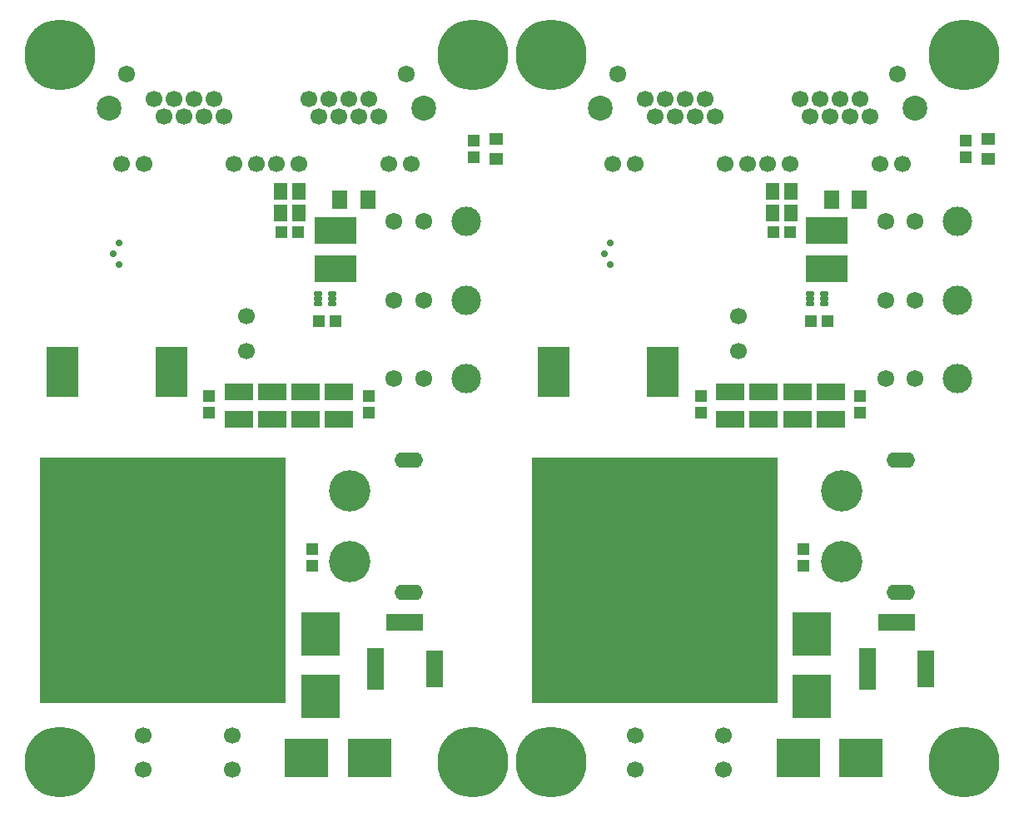
<source format=gts>
G04*
G04 #@! TF.GenerationSoftware,Altium Limited,Altium Designer,20.0.10 (225)*
G04*
G04 Layer_Color=8388736*
%FSLAX25Y25*%
%MOIN*%
G70*
G01*
G75*
%ADD26C,0.11811*%
%ADD59R,0.11417X0.07087*%
%ADD60R,0.05118X0.04724*%
%ADD61R,0.17480X0.15787*%
%ADD62R,0.15787X0.17480*%
%ADD63R,0.05512X0.06693*%
%ADD64R,0.04724X0.05118*%
%ADD65R,0.05512X0.05118*%
G04:AMPARAMS|DCode=66|XSize=19.68mil|YSize=34.25mil|CornerRadius=5.89mil|HoleSize=0mil|Usage=FLASHONLY|Rotation=270.000|XOffset=0mil|YOffset=0mil|HoleType=Round|Shape=RoundedRectangle|*
%AMROUNDEDRECTD66*
21,1,0.01968,0.02248,0,0,270.0*
21,1,0.00791,0.03425,0,0,270.0*
1,1,0.01177,-0.01124,-0.00396*
1,1,0.01177,-0.01124,0.00396*
1,1,0.01177,0.01124,0.00396*
1,1,0.01177,0.01124,-0.00396*
%
%ADD66ROUNDEDRECTD66*%
%ADD67R,0.05906X0.07677*%
%ADD68R,0.16535X0.11024*%
%ADD69R,0.12992X0.20472*%
%ADD70C,0.06787*%
%ADD71C,0.16535*%
%ADD72C,0.28347*%
%ADD73R,0.14567X0.06693*%
%ADD74R,0.06693X0.14567*%
%ADD75R,0.06693X0.16535*%
%ADD76C,0.06693*%
%ADD77C,0.09987*%
%ADD78O,0.11417X0.06299*%
%ADD79C,0.02756*%
%ADD80C,0.03543*%
G36*
X303150Y39370D02*
X204724D01*
Y137795D01*
X303150D01*
Y39370D01*
D02*
G37*
G36*
X106299D02*
X7874D01*
Y137795D01*
X106299D01*
Y39370D01*
D02*
G37*
D26*
X375197Y232283D02*
D03*
Y200787D02*
D03*
Y169291D02*
D03*
X178347Y232283D02*
D03*
Y200787D02*
D03*
Y169291D02*
D03*
D59*
X324409Y153150D02*
D03*
Y164173D02*
D03*
X311024Y153150D02*
D03*
Y164173D02*
D03*
X284252Y153150D02*
D03*
Y164173D02*
D03*
X297638Y153150D02*
D03*
Y164173D02*
D03*
X127559Y153150D02*
D03*
Y164173D02*
D03*
X114173Y153150D02*
D03*
Y164173D02*
D03*
X87402Y153150D02*
D03*
Y164173D02*
D03*
X100787Y153150D02*
D03*
Y164173D02*
D03*
D60*
X336221Y162402D02*
D03*
Y155709D02*
D03*
X313583Y94291D02*
D03*
Y100984D02*
D03*
X378346Y258071D02*
D03*
Y264764D02*
D03*
X272441Y162402D02*
D03*
Y155709D02*
D03*
X139370Y162402D02*
D03*
Y155709D02*
D03*
X116732Y94291D02*
D03*
Y100984D02*
D03*
X181496Y258071D02*
D03*
Y264764D02*
D03*
X75591Y162402D02*
D03*
Y155709D02*
D03*
D61*
X311476Y17323D02*
D03*
X336555D02*
D03*
X114626D02*
D03*
X139705D02*
D03*
D62*
X316929Y42185D02*
D03*
Y67264D02*
D03*
X120079Y42185D02*
D03*
Y67264D02*
D03*
D63*
X300984Y244488D02*
D03*
X308465D02*
D03*
X308465Y235827D02*
D03*
X300984D02*
D03*
X104134Y244488D02*
D03*
X111614D02*
D03*
X111614Y235827D02*
D03*
X104134D02*
D03*
D64*
X308071Y227953D02*
D03*
X301378D02*
D03*
X323031Y192520D02*
D03*
X316339D02*
D03*
X111221Y227953D02*
D03*
X104528D02*
D03*
X126181Y192520D02*
D03*
X119488D02*
D03*
D65*
X387402Y265551D02*
D03*
Y257283D02*
D03*
X190551Y265551D02*
D03*
Y257283D02*
D03*
D66*
X321811Y199606D02*
D03*
Y201575D02*
D03*
Y203543D02*
D03*
X315984D02*
D03*
Y201575D02*
D03*
Y199606D02*
D03*
X124961D02*
D03*
Y201575D02*
D03*
Y203543D02*
D03*
X119134D02*
D03*
Y201575D02*
D03*
Y199606D02*
D03*
D67*
X324705Y240945D02*
D03*
X335925D02*
D03*
X127854D02*
D03*
X139075D02*
D03*
D68*
X322835Y213583D02*
D03*
Y228937D02*
D03*
X125984Y213583D02*
D03*
Y228937D02*
D03*
D69*
X257283Y172047D02*
D03*
X213583D02*
D03*
X60433D02*
D03*
X16732D02*
D03*
D70*
X358189Y232283D02*
D03*
X346378D02*
D03*
X358189Y200787D02*
D03*
X346378D02*
D03*
X358189Y169291D02*
D03*
X346378D02*
D03*
X239276Y291339D02*
D03*
X351276D02*
D03*
X161339Y232283D02*
D03*
X149528D02*
D03*
X161339Y200787D02*
D03*
X149528D02*
D03*
X161339Y169291D02*
D03*
X149528D02*
D03*
X42425Y291339D02*
D03*
X154425D02*
D03*
D71*
X214567Y49213D02*
D03*
X293307Y127953D02*
D03*
X328740Y96063D02*
D03*
Y124409D02*
D03*
X17717Y49213D02*
D03*
X96457Y127953D02*
D03*
X131890Y96063D02*
D03*
Y124409D02*
D03*
D72*
X212598Y15748D02*
D03*
Y299213D02*
D03*
X377953D02*
D03*
Y15748D02*
D03*
X15748D02*
D03*
Y299213D02*
D03*
X181102D02*
D03*
Y15748D02*
D03*
D73*
X350787Y71653D02*
D03*
X153937D02*
D03*
D74*
X362598Y53150D02*
D03*
X165748D02*
D03*
D75*
X338976D02*
D03*
X142126D02*
D03*
D76*
X287402Y180512D02*
D03*
Y194291D02*
D03*
X246063Y26575D02*
D03*
Y12795D02*
D03*
X281496Y26575D02*
D03*
Y12795D02*
D03*
X250276Y281339D02*
D03*
X254276Y274339D02*
D03*
X258276Y281339D02*
D03*
X262276Y274339D02*
D03*
X266276Y281339D02*
D03*
X270276Y274339D02*
D03*
X274276Y281339D02*
D03*
X278276Y274339D02*
D03*
X237276Y255339D02*
D03*
X246276D02*
D03*
X282276D02*
D03*
X291276D02*
D03*
X312276Y281339D02*
D03*
X316276Y274339D02*
D03*
X320276Y281339D02*
D03*
X324276Y274339D02*
D03*
X328276Y281339D02*
D03*
X332276Y274339D02*
D03*
X336276Y281339D02*
D03*
X340276Y274339D02*
D03*
X299276Y255339D02*
D03*
X308276D02*
D03*
X344276D02*
D03*
X353276D02*
D03*
X90551Y180512D02*
D03*
Y194291D02*
D03*
X49213Y26575D02*
D03*
Y12795D02*
D03*
X84646Y26575D02*
D03*
Y12795D02*
D03*
X53425Y281339D02*
D03*
X57425Y274339D02*
D03*
X61425Y281339D02*
D03*
X65425Y274339D02*
D03*
X69425Y281339D02*
D03*
X73425Y274339D02*
D03*
X77425Y281339D02*
D03*
X81425Y274339D02*
D03*
X40425Y255339D02*
D03*
X49425D02*
D03*
X85425D02*
D03*
X94425D02*
D03*
X115425Y281339D02*
D03*
X119425Y274339D02*
D03*
X123425Y281339D02*
D03*
X127425Y274339D02*
D03*
X131425Y281339D02*
D03*
X135425Y274339D02*
D03*
X139425Y281339D02*
D03*
X143425Y274339D02*
D03*
X102425Y255339D02*
D03*
X111425D02*
D03*
X147425D02*
D03*
X156425D02*
D03*
D77*
X232276Y277839D02*
D03*
X358276D02*
D03*
X35425D02*
D03*
X161425D02*
D03*
D78*
X352362Y83661D02*
D03*
Y136811D02*
D03*
X155512Y83661D02*
D03*
Y136811D02*
D03*
D79*
X233858Y219291D02*
D03*
X236221Y214961D02*
D03*
Y223622D02*
D03*
X37008Y219291D02*
D03*
X39370Y214961D02*
D03*
Y223622D02*
D03*
D80*
X245669Y91339D02*
D03*
X244488Y97244D02*
D03*
X48819Y91339D02*
D03*
X47638Y97244D02*
D03*
M02*

</source>
